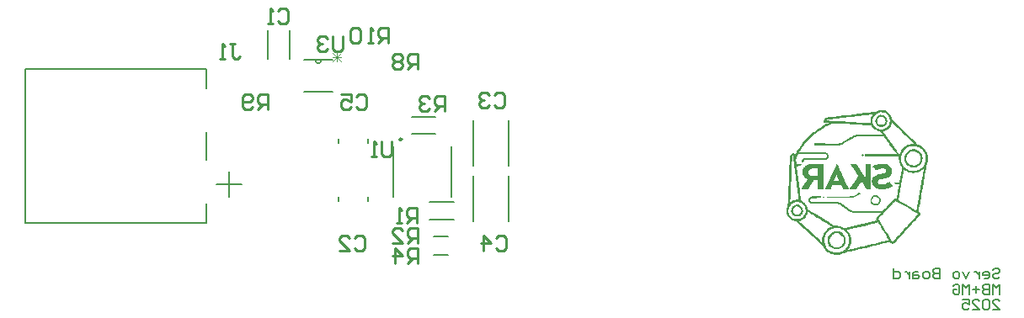
<source format=gbr>
%TF.GenerationSoftware,Altium Limited,Altium Designer,25.4.2 (15)*%
G04 Layer_Color=32896*
%FSLAX45Y45*%
%MOMM*%
%TF.SameCoordinates,097E4B88-3495-4510-8411-AFE0114F90DD*%
%TF.FilePolarity,Positive*%
%TF.FileFunction,Legend,Bot*%
%TF.Part,Single*%
G01*
G75*
%TA.AperFunction,NonConductor*%
%ADD44C,0.25000*%
%ADD45C,0.20000*%
%ADD46C,0.25400*%
%ADD48C,0.15240*%
%ADD49C,0.15000*%
%ADD50C,0.12700*%
%ADD51C,0.07620*%
G36*
X8642724Y2862047D02*
X8653213Y2860549D01*
X8663701Y2857552D01*
X8680184Y2850060D01*
X8683181Y2848561D01*
X8692171Y2842568D01*
X8695168Y2841070D01*
X8699663Y2836574D01*
X8702660Y2835076D01*
X8706406Y2831330D01*
X8707904Y2828333D01*
X8713898Y2822340D01*
X8715396Y2819343D01*
X8717644Y2817095D01*
X8726634Y2802111D01*
X8729631Y2794619D01*
X8733377Y2784880D01*
X8736374Y2772893D01*
X8740120Y2764651D01*
X8743117Y2763153D01*
X8780577Y2725693D01*
X8783573Y2724194D01*
X8821033Y2686735D01*
X8824030Y2685236D01*
X8859992Y2649275D01*
X8862988Y2647776D01*
X8901198Y2609567D01*
X8901947Y2608818D01*
X8903445D01*
X8940905Y2571358D01*
X8943902Y2569860D01*
X8979863Y2533898D01*
X8982860Y2532400D01*
X8999343Y2515917D01*
X9002339Y2514419D01*
X9027812Y2502432D01*
X9038301Y2494940D01*
X9041298Y2493441D01*
X9047291Y2487448D01*
X9050288Y2485949D01*
X9056282Y2479956D01*
X9063025Y2471715D01*
X9073513Y2458229D01*
X9086250Y2435004D01*
X9092992Y2416274D01*
X9094491Y2410280D01*
X9095989Y2405785D01*
X9097488Y2389303D01*
X9098986Y2384808D01*
X9097488Y2360833D01*
X9094491Y2342853D01*
X9092243Y2334611D01*
X9090745Y2328618D01*
X9086250Y2316631D01*
X9084751Y2309139D01*
X9081755Y2291158D01*
X9080256Y2283666D01*
X9077259Y2265685D01*
X9075761Y2258193D01*
X9072764Y2240212D01*
X9071266Y2232720D01*
X9066771Y2205749D01*
X9065272Y2198257D01*
X9062275Y2180276D01*
X9060777Y2172784D01*
X9057780Y2154804D01*
X9056282Y2147312D01*
X9053285Y2129331D01*
X9051787Y2121839D01*
X9047291Y2094868D01*
X9045793Y2087376D01*
X9042796Y2069395D01*
X9041298Y2061903D01*
X9038301Y2043922D01*
X9036803Y2036430D01*
X9033806Y2018449D01*
X9032307Y2010957D01*
X9027812Y1983986D01*
X9026314Y1976494D01*
X9023317Y1958513D01*
X9021819Y1951021D01*
X9018822Y1933041D01*
X9017323Y1925549D01*
X9014327Y1907568D01*
X9012828Y1900076D01*
X9008333Y1873105D01*
X9006835Y1865613D01*
X9005336Y1856623D01*
X9003089Y1842388D01*
X9005336Y1840140D01*
X9008333Y1838642D01*
X9018073Y1828902D01*
X9019571Y1813918D01*
X9016574Y1806426D01*
X9015076Y1803429D01*
X8998593Y1786947D01*
X8997095Y1783950D01*
X8979114Y1765970D01*
X8977616Y1762973D01*
X8959635Y1744992D01*
X8958137Y1741995D01*
X8940156Y1724014D01*
X8938658Y1721018D01*
X8920677Y1703037D01*
X8919178Y1700040D01*
X8901198Y1682059D01*
X8899699Y1679062D01*
X8881718Y1661082D01*
X8880220Y1658085D01*
X8862239Y1640104D01*
X8860741Y1637107D01*
X8842760Y1619127D01*
X8841262Y1616130D01*
X8823281Y1598149D01*
X8821782Y1595152D01*
X8803802Y1577171D01*
X8802303Y1574175D01*
X8784323Y1556194D01*
X8782824Y1553197D01*
X8764843Y1535216D01*
X8763345Y1532219D01*
X8756602Y1525477D01*
X8751358Y1521731D01*
X8741618Y1517985D01*
X8729631Y1520981D01*
X8722888Y1527724D01*
X8717644Y1535965D01*
X8713898Y1535216D01*
X8707904Y1533718D01*
X8700412Y1532219D01*
X8658457Y1521731D01*
X8650965Y1520232D01*
X8609010Y1509743D01*
X8601518Y1508245D01*
X8559563Y1497756D01*
X8552071Y1496258D01*
X8510116Y1485769D01*
X8502624Y1484271D01*
X8460669Y1473782D01*
X8453177Y1472284D01*
X8411222Y1461795D01*
X8403730Y1460297D01*
X8361774Y1449808D01*
X8354283Y1448309D01*
X8312328Y1437821D01*
X8304835Y1436322D01*
X8268874Y1427332D01*
X8259134Y1425084D01*
X8247147Y1422087D01*
X8238906Y1418341D01*
X8224671Y1413097D01*
X8217179Y1410100D01*
X8208189Y1408602D01*
X8203694Y1407103D01*
X8175224Y1405605D01*
X8155745Y1407103D01*
X8143758Y1410100D01*
X8128774Y1414595D01*
X8106298Y1425084D01*
X8103301Y1426583D01*
X8094311Y1432576D01*
X8091314Y1434075D01*
X8085320Y1440068D01*
X8082323Y1441567D01*
X8068089Y1455801D01*
X8066590Y1458798D01*
X8063593Y1461795D01*
X8062095Y1464792D01*
X8059098Y1467789D01*
X8045613Y1493261D01*
X8031378Y1507496D01*
X8028381Y1508994D01*
X8013397Y1523978D01*
X8010400Y1525477D01*
X7995416Y1540461D01*
X7992420Y1541959D01*
X7977436Y1556943D01*
X7974439Y1558441D01*
X7959455Y1573425D01*
X7956458Y1574924D01*
X7942972Y1588409D01*
X7939976Y1589908D01*
X7924992Y1604892D01*
X7921995Y1606390D01*
X7907011Y1621374D01*
X7904014Y1622873D01*
X7889030Y1637857D01*
X7886034Y1639355D01*
X7871050Y1654339D01*
X7868053Y1655837D01*
X7854567Y1669323D01*
X7851570Y1670821D01*
X7836586Y1685805D01*
X7833589Y1687304D01*
X7818605Y1702288D01*
X7815609Y1703786D01*
X7800625Y1718770D01*
X7797628Y1720268D01*
X7782644Y1735252D01*
X7779647Y1736751D01*
X7775152Y1741246D01*
X7757171Y1745741D01*
X7744435Y1749487D01*
X7734695Y1753233D01*
X7722708Y1760725D01*
X7719711Y1762224D01*
X7716715Y1765220D01*
X7713718Y1766719D01*
X7696486Y1783950D01*
X7694988Y1786947D01*
X7692740Y1789195D01*
X7685248Y1801182D01*
X7677756Y1817664D01*
X7676258Y1823658D01*
X7674010Y1833397D01*
X7672512Y1843886D01*
X7674010Y1867861D01*
X7677007Y1879848D01*
X7680004Y1890337D01*
X7683001Y1897829D01*
X7686747Y1906070D01*
X7688245Y1927047D01*
X7704727Y2261190D01*
X7709223Y2352592D01*
X7711470Y2402788D01*
X7714467Y2413277D01*
X7716715Y2415525D01*
X7745184Y2430509D01*
X7754174Y2429010D01*
X7760917Y2422267D01*
X7762416Y2413277D01*
X7764663Y2412528D01*
X7789387Y2462724D01*
X7799875Y2479207D01*
X7801374Y2482203D01*
X7807367Y2491194D01*
X7808866Y2494191D01*
X7823850Y2515168D01*
X7825348Y2518165D01*
X7828345Y2521162D01*
X7829843Y2524159D01*
X7832840Y2527155D01*
X7834339Y2530152D01*
X7838834Y2534647D01*
X7840332Y2537644D01*
X7844828Y2542139D01*
X7846326Y2545136D01*
X7852320Y2551130D01*
X7853818Y2554126D01*
X7862808Y2563117D01*
X7864307Y2566114D01*
X7908509Y2610316D01*
X7911506Y2611815D01*
X7920496Y2620805D01*
X7923493Y2622304D01*
X7930985Y2629796D01*
X7933982Y2631294D01*
X7938477Y2635789D01*
X7941474Y2637288D01*
X7945969Y2641783D01*
X7948966Y2643281D01*
X7951214Y2645529D01*
X7980432Y2667256D01*
X7983429Y2668754D01*
X7993918Y2676246D01*
X7996915Y2677744D01*
X8007404Y2685236D01*
X8010400Y2686735D01*
X8019391Y2692728D01*
X8032876Y2700220D01*
X8044864Y2707712D01*
X8076330Y2724194D01*
X8086819Y2728690D01*
X8099555Y2733934D01*
X8067339Y2736182D01*
X8056851Y2737680D01*
X8050108Y2744423D01*
X8048610Y2754912D01*
X8056101Y2771394D01*
X8057600Y2777388D01*
X8065841Y2785629D01*
X8071085Y2787877D01*
X8095060Y2790873D01*
X8135517Y2795369D01*
X8147504Y2796867D01*
X8187961Y2801362D01*
X8199948Y2802861D01*
X8240404Y2807356D01*
X8252391Y2808854D01*
X8292848Y2813349D01*
X8304835Y2814848D01*
X8345292Y2819343D01*
X8357279Y2820841D01*
X8397736Y2825336D01*
X8409723Y2826835D01*
X8463666Y2832828D01*
X8475653Y2834327D01*
X8516109Y2838822D01*
X8528097Y2840320D01*
X8541582Y2841819D01*
X8563309Y2844066D01*
X8588782Y2856053D01*
X8596274Y2859050D01*
X8602267Y2860549D01*
X8606763Y2862047D01*
X8636731Y2863545D01*
X8642724Y2862047D01*
D02*
G37*
%LPC*%
G36*
X8537836Y2818594D02*
X8525100Y2817845D01*
X8511614Y2816346D01*
X8499627Y2814848D01*
X8472656Y2811851D01*
X8460669Y2810353D01*
X8433698Y2807356D01*
X8421710Y2805857D01*
X8381254Y2801362D01*
X8369266Y2799864D01*
X8342295Y2796867D01*
X8330308Y2795369D01*
X8303337Y2792372D01*
X8291350Y2790873D01*
X8250893Y2786378D01*
X8238906Y2784880D01*
X8211935Y2781883D01*
X8199948Y2780385D01*
X8172977Y2777388D01*
X8160989Y2775889D01*
X8120533Y2771394D01*
X8088317Y2767648D01*
X8077828Y2766150D01*
X8074082Y2759407D01*
X8074831Y2758658D01*
X8098057Y2756410D01*
X8123529Y2754912D01*
X8147504Y2753413D01*
X8172977Y2751915D01*
X8196951Y2750417D01*
X8222423Y2748918D01*
X8246398Y2747420D01*
X8297343Y2744423D01*
X8321318Y2742924D01*
X8346791Y2741426D01*
X8370765Y2739928D01*
X8396238Y2738429D01*
X8420212Y2736931D01*
X8445685Y2735432D01*
X8488389Y2733185D01*
X8491386D01*
X8495881Y2731686D01*
X8522103Y2732436D01*
X8520605Y2733934D01*
X8519106Y2757909D01*
X8520605Y2772893D01*
X8525100Y2790873D01*
X8535589Y2813349D01*
X8538585Y2816346D01*
X8537836Y2818594D01*
D02*
G37*
G36*
X8621747Y2841070D02*
X8603766Y2838073D01*
X8581290Y2827584D01*
X8578293Y2826086D01*
X8575296Y2823089D01*
X8572299Y2821590D01*
X8565557Y2814848D01*
X8555068Y2801362D01*
X8548325Y2788626D01*
X8544579Y2778886D01*
X8543081Y2774391D01*
X8541582Y2751915D01*
X8543081Y2736931D01*
X8546827Y2724194D01*
X8547576Y2723445D01*
Y2721947D01*
X8550573Y2714455D01*
X8556566Y2705464D01*
X8558065Y2702468D01*
X8562560Y2697973D01*
X8564058Y2694976D01*
X8567804Y2691230D01*
X8570801Y2689731D01*
X8574547Y2685985D01*
X8586534Y2678493D01*
X8595525Y2673998D01*
X8603017Y2671002D01*
X8609010Y2669503D01*
X8627740Y2667256D01*
X8642724Y2668754D01*
X8654711Y2671751D01*
X8677187Y2682239D01*
X8680184Y2683738D01*
X8693669Y2697223D01*
X8700412Y2705464D01*
X8706406Y2715953D01*
X8707904Y2718950D01*
X8710901Y2726442D01*
X8712399Y2730937D01*
X8715396Y2750417D01*
X8713898Y2769896D01*
X8711650Y2778137D01*
X8710152Y2784131D01*
X8706406Y2793870D01*
X8700412Y2802861D01*
X8698914Y2805857D01*
X8695917Y2808854D01*
X8694419Y2811851D01*
X8687676Y2818594D01*
X8684679Y2820092D01*
X8680933Y2823838D01*
X8665949Y2832828D01*
X8656210Y2836574D01*
X8648718Y2839571D01*
X8621747Y2841070D01*
D02*
G37*
G36*
X8157243Y2730188D02*
X8146755Y2727191D01*
X8134018Y2723445D01*
X8119783Y2718201D01*
X8097307Y2709210D01*
X8071835Y2697223D01*
X8049359Y2685236D01*
X8040368Y2679243D01*
X8037372Y2677744D01*
X8025384Y2670252D01*
X8022388Y2668754D01*
X8011899Y2661262D01*
X8008902Y2659764D01*
X7998413Y2652272D01*
X7995416Y2650773D01*
X7992420Y2647776D01*
X7989423Y2646278D01*
X7986426Y2643281D01*
X7983429Y2641783D01*
X7980432Y2638786D01*
X7977436Y2637288D01*
X7974439Y2634291D01*
X7971442Y2632792D01*
X7968445Y2629796D01*
X7965448Y2628297D01*
X7960953Y2623802D01*
X7957956Y2622304D01*
X7951963Y2616310D01*
X7948966Y2614812D01*
X7941474Y2607320D01*
X7938477Y2605821D01*
X7924992Y2592336D01*
X7921995Y2590837D01*
X7888281Y2557123D01*
X7886783Y2554126D01*
X7874796Y2542139D01*
X7873297Y2539142D01*
X7865805Y2531651D01*
X7864307Y2528654D01*
X7858313Y2522660D01*
X7856815Y2519663D01*
X7854567Y2517416D01*
X7832840Y2488197D01*
X7831342Y2485200D01*
X7823850Y2474711D01*
X7822351Y2471715D01*
X7816358Y2462724D01*
X7810364Y2452235D01*
X7802872Y2438750D01*
X8067339Y2438001D01*
X8073333Y2436502D01*
X8083822Y2432007D01*
X8086819Y2430509D01*
X8092063Y2425264D01*
X8099555Y2411779D01*
X8101053Y2396795D01*
X8096558Y2381811D01*
X8093561Y2378814D01*
X8092063Y2375817D01*
X8085320Y2370573D01*
X8074831Y2364579D01*
X7854567Y2363081D01*
X7850821Y2359335D01*
X7849323Y2353341D01*
X7850821Y2347348D01*
X7853818Y2344351D01*
X7853069Y2343602D01*
X7850072Y2342103D01*
X7838085Y2334611D01*
X7834339Y2339856D01*
X7831342Y2347348D01*
X7829843Y2351843D01*
X7831342Y2362332D01*
X7834339Y2369824D01*
X7838085Y2373570D01*
X7848574Y2381062D01*
X8067339Y2382560D01*
X8073333Y2384058D01*
X8080076Y2390801D01*
X8081574Y2404287D01*
X8078577Y2411779D01*
X8070336Y2418521D01*
X7793133Y2420020D01*
X7786390Y2405785D01*
X7780396Y2392300D01*
X7774403Y2377316D01*
X7769907Y2366827D01*
X7775901Y2317380D01*
X7828345Y2315881D01*
X7822351Y2309888D01*
X7820853Y2306891D01*
X7813361Y2299399D01*
X7778898Y2297901D01*
X7779647Y2288161D01*
X7808117Y2060405D01*
X7810364Y2040176D01*
X7811863Y2034183D01*
X7814110Y2013954D01*
X7818605Y1977993D01*
X7820853Y1954767D01*
X7823101Y1952520D01*
X7839583Y1943530D01*
X7842580Y1942031D01*
X7845577Y1939034D01*
X7848574Y1937536D01*
X7853069Y1933041D01*
X7856066Y1931542D01*
X7858313Y1929295D01*
X7859812Y1926298D01*
X7862808Y1923301D01*
X7873297Y1909816D01*
X7880789Y1896330D01*
X7886034Y1883594D01*
X7888281Y1873854D01*
X7890529Y1865613D01*
X7915252Y1849880D01*
X7930236Y1840889D01*
X7946718Y1830401D01*
X7961702Y1821410D01*
X7978185Y1810921D01*
X7993169Y1801931D01*
X8009651Y1791442D01*
X8024635Y1782452D01*
X8060597Y1759976D01*
X8075581Y1750986D01*
X8092063Y1740497D01*
X8107047Y1731506D01*
X8123529Y1721018D01*
X8138513Y1712027D01*
X8150501Y1704535D01*
X8159491Y1698542D01*
X8185713Y1699291D01*
X8205941Y1697043D01*
X8213433Y1695545D01*
X8225420Y1692548D01*
X8235160Y1688802D01*
X8254639Y1679812D01*
X8265128Y1672320D01*
X8268874Y1673069D01*
X8436694Y1715024D01*
X8444186Y1716522D01*
X8582039Y1750986D01*
X8583537Y1753982D01*
X8577544Y1762973D01*
X8576045Y1771963D01*
X8577544Y1777957D01*
X8580541Y1780954D01*
X8582039Y1783950D01*
X8600020Y1801931D01*
X8601518Y1804928D01*
X8620997Y1824407D01*
X8528846Y1825156D01*
X8361025Y1826655D01*
X8340048Y1829651D01*
X8325064Y1834147D01*
X8314575Y1838642D01*
X8303337Y1845385D01*
X8274118Y1867111D01*
X8268874Y1870857D01*
X8250144Y1885092D01*
X8247147Y1886591D01*
X8244150Y1889587D01*
X8241153Y1891086D01*
X8238157Y1894083D01*
X8235160Y1895581D01*
X8232912Y1897829D01*
X8214932Y1909816D01*
X8207440Y1912813D01*
X8197700Y1916559D01*
X8193205Y1918057D01*
X8154247Y1919555D01*
X7927988Y1921054D01*
X7921995Y1922552D01*
X7911506Y1927047D01*
X7903265Y1935288D01*
X7897271Y1945777D01*
X7895773Y1963758D01*
X7897271Y1969751D01*
X7900268Y1977243D01*
X7903265Y1980240D01*
X7904763Y1983237D01*
X7907011Y1983986D01*
X7910008Y1986983D01*
X7918249Y1992227D01*
X7926490Y1994475D01*
X7930985Y1995973D01*
X8021638Y1995224D01*
X8023137Y1977243D01*
X7930985Y1976494D01*
X7923493Y1973497D01*
X7920496Y1971999D01*
X7916001Y1966005D01*
X7913754Y1957764D01*
X7918249Y1947276D01*
X7926490Y1940533D01*
X8181218Y1939034D01*
X8187211Y1937536D01*
X8197700Y1936038D01*
X8210436Y1932292D01*
X8220176Y1928546D01*
X8238906Y1917308D01*
X8268125Y1895581D01*
X8273369Y1891835D01*
X8313077Y1862616D01*
X8330308Y1852877D01*
X8337800Y1849880D01*
X8346041Y1847632D01*
X8350537Y1846134D01*
X8639727Y1844635D01*
X8641975Y1846883D01*
X8643473Y1849880D01*
X8661454Y1867861D01*
X8662952Y1870857D01*
X8680933Y1888838D01*
X8682431Y1891835D01*
X8700412Y1909816D01*
X8701911Y1912813D01*
X8719891Y1930793D01*
X8721390Y1933790D01*
X8739371Y1951771D01*
X8740869Y1954767D01*
X8758850Y1972748D01*
X8767091Y1974996D01*
X8773085Y1973497D01*
X8780577Y1969002D01*
X8782075Y1971999D01*
X8783573Y1980989D01*
X8785072Y1988481D01*
X8788069Y2006462D01*
X8789567Y2013954D01*
X8792564Y2031935D01*
X8794062Y2039427D01*
X8795561Y2048417D01*
X8797059Y2055909D01*
X8800056Y2073890D01*
X8801554Y2081382D01*
X8804551Y2099363D01*
X8806798Y2112099D01*
X8808297Y2116594D01*
X8770088Y2117344D01*
X8758850Y2134575D01*
X8810544Y2135324D01*
X8812043Y2141318D01*
X8813541Y2148810D01*
X8816538Y2166791D01*
X8818036Y2174283D01*
X8819535Y2183273D01*
X8821033Y2190765D01*
X8824030Y2208746D01*
X8825528Y2216238D01*
X8828525Y2234219D01*
X8830024Y2241711D01*
X8831522Y2250701D01*
X8833020Y2258193D01*
X8834519Y2267183D01*
X8836766Y2281418D01*
X8834519Y2288161D01*
X8824779Y2302396D01*
X8818036Y2315132D01*
X8815040Y2322624D01*
X8810544Y2334611D01*
X8807548Y2346599D01*
X8806049Y2355589D01*
X8803802Y2378814D01*
X8805300Y2384808D01*
X8800805Y2392300D01*
X8799307Y2395296D01*
X8797059Y2397544D01*
X8464415Y2399042D01*
X8463666Y2417772D01*
X8781326Y2419271D01*
X8712399Y2516667D01*
X8710901Y2519663D01*
X8707904Y2522660D01*
X8706406Y2525657D01*
X8661454Y2588590D01*
X8659956Y2591586D01*
X8656959Y2594583D01*
X8655460Y2597580D01*
X8404479Y2598329D01*
X8389495Y2596831D01*
X8379006Y2595332D01*
X8373012Y2593834D01*
X8362524Y2590837D01*
X8355032Y2587840D01*
X8333305Y2576602D01*
X8285356Y2546634D01*
X8268874Y2536146D01*
X8243401Y2521162D01*
X8235909Y2518165D01*
X8219427Y2512171D01*
X8209687Y2509924D01*
X8205192Y2508425D01*
X7999912Y2506927D01*
X7998413D01*
X7954210Y2507676D01*
X7952712Y2530152D01*
X7954960Y2532400D01*
X7955709Y2527155D01*
X8173726Y2524908D01*
X8193205Y2526406D01*
X8203694Y2527905D01*
X8221674Y2532400D01*
X8253141Y2547384D01*
X8263629Y2554876D01*
X8266626Y2556374D01*
X8275617Y2562368D01*
X8278613Y2563866D01*
X8287604Y2569860D01*
X8290601Y2571358D01*
X8299591Y2577352D01*
X8302588Y2578850D01*
X8319070Y2589339D01*
X8340797Y2602075D01*
X8348289Y2605072D01*
X8364771Y2611066D01*
X8376758Y2614062D01*
X8385749Y2615561D01*
X8405228Y2617059D01*
X8639727Y2616310D01*
X8640476Y2618558D01*
X8621747Y2644780D01*
X8617251Y2646278D01*
X8606763Y2647776D01*
X8594775Y2650773D01*
X8569303Y2662760D01*
X8566306Y2664259D01*
X8563309Y2667256D01*
X8560312Y2668754D01*
X8544579Y2684487D01*
X8543081Y2687484D01*
X8540833Y2689731D01*
X8531843Y2704715D01*
X8526598Y2708461D01*
X8502624Y2709960D01*
X8477151Y2711458D01*
X8453177Y2712956D01*
X8427704Y2714455D01*
X8403730Y2715953D01*
X8352784Y2718950D01*
X8328810Y2720448D01*
X8303337Y2721947D01*
X8279363Y2723445D01*
X8253890Y2724944D01*
X8229915Y2726442D01*
X8204443Y2727940D01*
X8157243Y2730188D01*
D02*
G37*
G36*
X8735625Y2737680D02*
X8734875Y2733934D01*
X8733377Y2727940D01*
X8728882Y2712956D01*
X8724387Y2702468D01*
X8718393Y2693477D01*
X8716895Y2690481D01*
X8712399Y2685985D01*
X8710901Y2682989D01*
X8703409Y2675497D01*
X8695168Y2668754D01*
X8689923Y2665008D01*
X8674939Y2656018D01*
X8659956Y2650024D01*
X8653962Y2648526D01*
X8646470Y2647027D01*
X8650965Y2641034D01*
X8652464Y2638037D01*
X8655460Y2635040D01*
X8656959Y2632043D01*
X8709403Y2558622D01*
X8710901Y2555625D01*
X8713898Y2552628D01*
X8715396Y2549631D01*
X8782824Y2455232D01*
X8784323Y2452235D01*
X8787319Y2449239D01*
Y2447740D01*
X8800805Y2429759D01*
X8802303Y2426763D01*
X8805300Y2423766D01*
X8806798Y2420769D01*
X8810544Y2417023D01*
X8814290Y2428261D01*
X8823281Y2447740D01*
X8824779Y2450737D01*
X8830773Y2459727D01*
X8832271Y2462724D01*
X8836766Y2467219D01*
X8838265Y2470216D01*
X8853249Y2485200D01*
X8871979Y2499435D01*
X8897452Y2512921D01*
X8904944Y2515917D01*
X8913185Y2518165D01*
X8922924Y2520413D01*
X8927420Y2521911D01*
X8959635Y2524159D01*
X8948397Y2535397D01*
X8945400Y2536895D01*
X8910937Y2571358D01*
X8907940Y2572856D01*
X8873477Y2607320D01*
X8870480Y2608818D01*
X8834519Y2644780D01*
X8831522Y2646278D01*
X8797059Y2680741D01*
X8794062Y2682239D01*
X8758101Y2718201D01*
X8755104Y2719699D01*
X8738621Y2736182D01*
X8735625Y2737680D01*
D02*
G37*
G36*
X8940905Y2500933D02*
X8930416Y2499435D01*
X8918429Y2496438D01*
X8907940Y2493441D01*
X8892956Y2487448D01*
X8880969Y2479956D01*
X8877972Y2478457D01*
X8874976Y2475461D01*
X8871979Y2473962D01*
X8859242Y2461226D01*
X8848754Y2447740D01*
X8837516Y2429010D01*
X8832271Y2414775D01*
X8829274Y2407283D01*
X8827776Y2395296D01*
X8826278Y2390801D01*
X8827027Y2361583D01*
X8828525Y2352592D01*
X8830024Y2345100D01*
X8832271Y2336859D01*
X8835268Y2329367D01*
X8842760Y2312885D01*
X8848754Y2303894D01*
X8850252Y2300897D01*
X8854747Y2296402D01*
X8856246Y2293405D01*
X8860741Y2288910D01*
X8868982Y2282167D01*
X8882468Y2271678D01*
X8904944Y2259691D01*
X8914683Y2255945D01*
X8924423Y2253698D01*
X8928918Y2252199D01*
X8961883Y2250701D01*
X8967876Y2252199D01*
X8978365Y2253698D01*
X8993349Y2258193D01*
X9021819Y2271678D01*
X9024815Y2274675D01*
X9027812Y2276174D01*
X9030809Y2279170D01*
X9033806Y2280669D01*
X9045044Y2291907D01*
X9046542Y2294904D01*
X9049539Y2297901D01*
X9053285Y2303145D01*
X9062275Y2318129D01*
X9066771Y2327119D01*
X9072015Y2341354D01*
X9073513Y2347348D01*
X9075012Y2351843D01*
X9076510Y2381811D01*
X9075012Y2396795D01*
X9072015Y2408782D01*
X9069018Y2419271D01*
X9064523Y2429759D01*
Y2431258D01*
X9060028Y2438750D01*
X9054034Y2449239D01*
X9049539Y2453734D01*
X9048041Y2456731D01*
X9035304Y2469467D01*
X9032307Y2470965D01*
X9029311Y2473962D01*
X9024066Y2477708D01*
X9007584Y2488197D01*
X9000092Y2491194D01*
X8988105Y2495689D01*
X8979863Y2497937D01*
X8975368Y2499435D01*
X8940905Y2500933D01*
D02*
G37*
G36*
X9054783Y2271678D02*
X9050288Y2267183D01*
X9047291Y2265685D01*
X9044295Y2262688D01*
X9039050Y2258942D01*
X9024815Y2249203D01*
X9012079Y2242460D01*
X9004587Y2239463D01*
X8992600Y2234968D01*
X8982860Y2232720D01*
X8978365Y2231222D01*
X8945400Y2229724D01*
X8925921Y2231222D01*
X8913934Y2234219D01*
X8898950Y2238714D01*
X8879471Y2247704D01*
X8876474Y2249203D01*
X8867484Y2255196D01*
X8864487Y2256694D01*
X8861490Y2259691D01*
X8858493Y2261190D01*
X8855496Y2264186D01*
X8852500Y2249203D01*
X8849503Y2231222D01*
X8848004Y2223730D01*
X8845008Y2205749D01*
X8843509Y2198257D01*
X8842011Y2189267D01*
X8840512Y2181775D01*
X8837516Y2163794D01*
X8836017Y2156302D01*
X8834519Y2147312D01*
X8833020Y2139820D01*
X8830024Y2121839D01*
X8828525Y2114347D01*
X8825528Y2096366D01*
X8824030Y2088874D01*
X8822532Y2079884D01*
X8821033Y2072392D01*
X8818036Y2054411D01*
X8816538Y2046919D01*
X8815040Y2037929D01*
X8813541Y2030437D01*
X8810544Y2012456D01*
X8809046Y2004964D01*
X8807548Y1995973D01*
X8806049Y1988481D01*
X8803052Y1970501D01*
X8800805Y1957764D01*
X8805300Y1954767D01*
X8847255Y1930793D01*
X8875725Y1914311D01*
X8917680Y1890337D01*
X8974619Y1857372D01*
X8975368Y1856623D01*
X8981362Y1853626D01*
X8982860Y1856623D01*
X8985857Y1874603D01*
X8987355Y1882095D01*
X8991851Y1909067D01*
X8993349Y1916559D01*
X8996346Y1934539D01*
X8997844Y1942031D01*
X9000841Y1960012D01*
X9002339Y1967504D01*
X9005336Y1985485D01*
X9006835Y1992977D01*
X9009831Y2010957D01*
X9011330Y2018449D01*
X9014327Y2036430D01*
X9015825Y2043922D01*
X9018822Y2061903D01*
X9020320Y2069395D01*
X9023317Y2087376D01*
X9024815Y2094868D01*
X9027812Y2112848D01*
X9029311Y2120340D01*
X9032307Y2138321D01*
X9033806Y2145813D01*
X9036803Y2163794D01*
X9038301Y2171286D01*
X9041298Y2189267D01*
X9042796Y2196759D01*
X9045793Y2214740D01*
X9047291Y2222232D01*
X9050288Y2240212D01*
X9051787Y2247704D01*
X9054034Y2261939D01*
X9055533Y2266434D01*
X9054783Y2271678D01*
D02*
G37*
G36*
X7742187Y2403537D02*
X7735445Y2401290D01*
X7733946Y2392300D01*
Y2390801D01*
X7733197Y2382560D01*
X7731699Y2355589D01*
X7730200Y2324123D01*
X7728702Y2295653D01*
X7713718Y1992977D01*
X7711470Y1936787D01*
X7715216Y1937536D01*
X7718213Y1940533D01*
X7738441Y1951771D01*
X7752676Y1957015D01*
X7757171Y1958513D01*
X7775152Y1960012D01*
X7781145Y1961510D01*
X7785641Y1960012D01*
X7798377Y1960761D01*
X7797628Y1966005D01*
X7796129Y1977993D01*
X7794631Y1991478D01*
X7746683Y2375068D01*
X7744435Y2396795D01*
X7742187Y2403537D01*
D02*
G37*
G36*
X7788637Y1939034D02*
X7781145D01*
X7766162Y1937536D01*
X7760168Y1936038D01*
X7751927Y1933790D01*
X7742187Y1930044D01*
X7733197Y1924051D01*
X7730200Y1922552D01*
X7727203Y1919555D01*
X7724207Y1918057D01*
X7718962Y1912813D01*
X7715216Y1907568D01*
X7708473Y1899327D01*
X7701731Y1886591D01*
X7698734Y1879099D01*
X7696486Y1870857D01*
X7694988Y1866362D01*
X7695737Y1835645D01*
X7697985Y1825905D01*
X7703978Y1810921D01*
X7709972Y1801931D01*
X7711470Y1798934D01*
X7725705Y1784700D01*
X7730949Y1780954D01*
X7742937Y1773462D01*
X7752676Y1769716D01*
X7760168Y1766719D01*
X7788637Y1765220D01*
X7806618Y1768217D01*
X7829094Y1778706D01*
X7832091Y1780204D01*
X7835088Y1783201D01*
X7838085Y1784700D01*
X7842580Y1789195D01*
X7856815Y1807925D01*
X7863558Y1822159D01*
X7865805Y1830401D01*
X7867304Y1836394D01*
X7868802Y1846883D01*
X7867304Y1866362D01*
X7865805Y1872356D01*
X7862808Y1882845D01*
X7858313Y1893333D01*
X7852320Y1902324D01*
X7850821Y1905321D01*
X7835088Y1921054D01*
X7824599Y1927047D01*
X7822351Y1929295D01*
X7814859Y1932292D01*
X7805120Y1936038D01*
X7799126Y1937536D01*
X7788637Y1939034D01*
D02*
G37*
G36*
X8765593Y1949523D02*
X8764843Y1947276D01*
X8746863Y1929295D01*
X8745364Y1926298D01*
X8740869Y1921803D01*
X8740120Y1921054D01*
X8727383Y1908317D01*
X8725885Y1905321D01*
X8707904Y1887340D01*
X8706406Y1884343D01*
X8688425Y1866362D01*
X8686927Y1863365D01*
X8668946Y1845385D01*
X8667447Y1842388D01*
X8649467Y1824407D01*
X8647968Y1821410D01*
X8629988Y1803429D01*
X8628489Y1800433D01*
X8610509Y1782452D01*
X8609010Y1779455D01*
X8601518Y1771963D01*
X8600020Y1768966D01*
X8603766Y1760725D01*
X8614255Y1744243D01*
X8623245Y1729259D01*
X8633734Y1712776D01*
X8642724Y1697792D01*
X8650216Y1685805D01*
X8660705Y1669323D01*
X8669695Y1654339D01*
X8680184Y1637857D01*
X8689174Y1622873D01*
X8699663Y1606390D01*
X8708653Y1591406D01*
X8719142Y1574924D01*
X8728133Y1559940D01*
X8738621Y1543457D01*
X8741618Y1541959D01*
X8757351Y1557692D01*
X8758850Y1560689D01*
X8776831Y1578670D01*
X8778329Y1581667D01*
X8796310Y1599647D01*
X8797808Y1602644D01*
X8815789Y1620625D01*
X8817287Y1623622D01*
X8835268Y1641603D01*
X8836766Y1644599D01*
X8854747Y1662580D01*
X8856246Y1665577D01*
X8874226Y1683558D01*
X8875725Y1686554D01*
X8893706Y1704535D01*
X8895204Y1707532D01*
X8913185Y1725513D01*
X8914683Y1728510D01*
X8932664Y1746490D01*
X8934162Y1749487D01*
X8952143Y1767468D01*
X8953641Y1770465D01*
X8971622Y1788445D01*
X8973121Y1791442D01*
X8991101Y1809423D01*
X8992600Y1812420D01*
X8995597Y1815417D01*
X8997095Y1818413D01*
X8994847Y1820661D01*
X8963381Y1838642D01*
X8946899Y1847632D01*
X8934912Y1855124D01*
X8882468Y1885092D01*
X8865985Y1894083D01*
X8853998Y1901575D01*
X8801554Y1931542D01*
X8785072Y1940533D01*
X8773085Y1948025D01*
X8765593Y1949523D01*
D02*
G37*
G36*
X7890529Y1840140D02*
X7889779Y1839391D01*
X7888281Y1830401D01*
X7885284Y1818413D01*
X7873297Y1792941D01*
X7871799Y1789944D01*
X7868802Y1786947D01*
X7867304Y1783950D01*
X7850072Y1766719D01*
X7847075Y1765220D01*
X7836586Y1757728D01*
X7822351Y1750986D01*
X7810364Y1746490D01*
X7804371Y1744992D01*
X7818605Y1730757D01*
X7821602Y1729259D01*
X7832840Y1718021D01*
X7841082Y1711278D01*
X7841831Y1710529D01*
X7854567Y1697792D01*
X7857564Y1696294D01*
X7871050Y1682808D01*
X7874046Y1681310D01*
X7889030Y1666326D01*
X7892027Y1664828D01*
X7907011Y1649844D01*
X7910008Y1648345D01*
X7923493Y1634860D01*
X7926490Y1633361D01*
X7941474Y1618377D01*
X7944471Y1616879D01*
X7959455Y1601895D01*
X7962452Y1600397D01*
X7975937Y1586911D01*
X7978934Y1585413D01*
X7993918Y1570429D01*
X7996915Y1568930D01*
X8011899Y1553946D01*
X8014896Y1552448D01*
X8031378Y1535965D01*
X8033626Y1536715D01*
X8032127Y1550200D01*
X8035124Y1580168D01*
X8038121Y1592155D01*
X8041118Y1602644D01*
X8044114Y1610136D01*
X8051606Y1626619D01*
X8059098Y1637107D01*
X8060597Y1640104D01*
X8063593Y1643101D01*
X8065092Y1646098D01*
X8080825Y1661831D01*
X8094311Y1672320D01*
X8113041Y1683558D01*
X8122031Y1688053D01*
X8129523Y1691050D01*
X8127275Y1693297D01*
X8124279Y1694796D01*
X8115288Y1700789D01*
X8112291Y1702288D01*
X8095809Y1712776D01*
X8092812Y1714275D01*
X8076330Y1724764D01*
X8073333Y1726262D01*
X8056851Y1736751D01*
X8053854Y1738249D01*
X8044864Y1744243D01*
X8041867Y1745741D01*
X8025384Y1756230D01*
X8022388Y1757728D01*
X8005905Y1768217D01*
X8002908Y1769716D01*
X7986426Y1780204D01*
X7983429Y1781703D01*
X7974439Y1787696D01*
X7971442Y1789195D01*
X7954960Y1799683D01*
X7951963Y1801182D01*
X7935480Y1811670D01*
X7932484Y1813169D01*
X7916001Y1823658D01*
X7913004Y1825156D01*
X7896522Y1835645D01*
X7893525Y1837143D01*
X7890529Y1840140D01*
D02*
G37*
G36*
X8596274Y1732256D02*
X8594026Y1731506D01*
X8546077Y1719519D01*
X8538585Y1718021D01*
X8454675Y1697043D01*
X8447183Y1695545D01*
X8369266Y1676066D01*
X8359527Y1673818D01*
X8293597Y1657336D01*
X8285356Y1655088D01*
X8287604Y1652840D01*
X8301839Y1634111D01*
X8313077Y1613882D01*
X8316074Y1606390D01*
X8320569Y1594403D01*
X8323566Y1582416D01*
X8325064Y1573425D01*
X8326562Y1558441D01*
X8325813Y1536715D01*
X8324315Y1526226D01*
X8321318Y1514239D01*
X8318321Y1503750D01*
X8307832Y1481274D01*
X8306334Y1478277D01*
X8300340Y1469287D01*
X8298842Y1466290D01*
X8294347Y1461795D01*
X8292848Y1458798D01*
X8289851Y1455801D01*
X8290601Y1455052D01*
X8292848Y1455801D01*
X8322816Y1463293D01*
X8330308Y1464792D01*
X8378257Y1476779D01*
X8385749Y1478277D01*
X8427704Y1488766D01*
X8435196Y1490264D01*
X8477151Y1500753D01*
X8486891Y1503001D01*
X8498878Y1505997D01*
X8500376D01*
X8502624Y1506747D01*
X8538585Y1515737D01*
X8546077Y1517235D01*
X8588033Y1527724D01*
X8595525Y1529223D01*
X8643473Y1541210D01*
X8650965Y1542708D01*
X8686927Y1551699D01*
X8704158Y1555445D01*
X8704907Y1557692D01*
X8694419Y1574175D01*
X8692920Y1577171D01*
X8686927Y1586162D01*
X8685428Y1589159D01*
X8674939Y1605641D01*
X8673441Y1608638D01*
X8662952Y1625120D01*
X8661454Y1628117D01*
X8655460Y1637107D01*
X8653962Y1640104D01*
X8643473Y1656586D01*
X8641975Y1659583D01*
X8635981Y1668574D01*
X8634483Y1671570D01*
X8623994Y1688053D01*
X8622496Y1691050D01*
X8612007Y1707532D01*
X8610509Y1710529D01*
X8600020Y1727011D01*
X8598521Y1730008D01*
X8596274Y1732256D01*
D02*
G37*
G36*
X8179719Y1678313D02*
X8164735Y1676815D01*
X8154247Y1675316D01*
X8148253Y1673818D01*
X8137764Y1670821D01*
X8109295Y1657336D01*
X8106298Y1654339D01*
X8103301Y1652840D01*
X8100304Y1649844D01*
X8097307Y1648345D01*
X8088317Y1639355D01*
X8074082Y1620625D01*
X8065092Y1604143D01*
X8060597Y1593654D01*
X8057600Y1583165D01*
X8056101Y1578670D01*
X8054603Y1545705D01*
X8056101Y1530721D01*
X8060597Y1512740D01*
X8063593Y1505248D01*
X8069587Y1491763D01*
X8075581Y1482772D01*
X8077079Y1479776D01*
X8081574Y1475281D01*
X8083073Y1472284D01*
X8093561Y1461795D01*
X8101803Y1455052D01*
X8107047Y1451306D01*
X8123529Y1440817D01*
X8131021Y1437821D01*
X8145256Y1432576D01*
X8151250Y1431078D01*
X8155745Y1429579D01*
X8181218Y1428081D01*
X8200697Y1429579D01*
X8206690Y1431078D01*
X8221674Y1435573D01*
X8250144Y1449059D01*
X8253141Y1452055D01*
X8256137Y1453554D01*
X8262131Y1459547D01*
X8265128Y1461046D01*
X8270372Y1466290D01*
X8271871Y1469287D01*
X8277864Y1475281D01*
X8279363Y1478277D01*
X8286855Y1488766D01*
X8293597Y1501502D01*
X8300340Y1520232D01*
X8301839Y1524727D01*
Y1526226D01*
X8303337Y1538213D01*
X8304835Y1542708D01*
X8304086Y1559940D01*
X8302588Y1573425D01*
X8301089Y1580917D01*
X8298842Y1590657D01*
X8295845Y1598149D01*
X8291350Y1608638D01*
X8282359Y1625120D01*
X8277864Y1629615D01*
X8276366Y1632612D01*
X8260633Y1648345D01*
X8257636Y1649844D01*
X8254639Y1652840D01*
X8251642Y1654339D01*
X8248645Y1657336D01*
X8238157Y1663329D01*
X8226919Y1668574D01*
X8214932Y1673069D01*
X8208938Y1674567D01*
X8201446Y1676066D01*
X8179719Y1678313D01*
D02*
G37*
%LPD*%
G36*
X8640476Y2814848D02*
X8648718Y2812600D01*
X8659206Y2808105D01*
X8662203Y2805108D01*
X8665200Y2803610D01*
X8676438Y2792372D01*
X8686927Y2772893D01*
X8688425Y2748918D01*
X8686927Y2738429D01*
X8679435Y2721947D01*
X8674939Y2717452D01*
X8673441Y2714455D01*
X8671193Y2712207D01*
X8668197Y2710709D01*
X8664451Y2706963D01*
X8655460Y2700969D01*
X8647968Y2697973D01*
X8639727Y2695725D01*
X8635232Y2694227D01*
X8617251Y2695725D01*
X8606763Y2698722D01*
X8596274Y2703217D01*
X8593277Y2706214D01*
X8590280Y2707712D01*
X8585785Y2712207D01*
X8579042Y2720448D01*
X8570052Y2736931D01*
X8568553Y2745921D01*
X8567055Y2751915D01*
X8568553Y2766899D01*
X8570052Y2772893D01*
X8577544Y2789375D01*
X8582039Y2793870D01*
X8583537Y2796867D01*
X8588033Y2799864D01*
X8596274Y2806607D01*
X8597023Y2807356D01*
X8608261Y2812600D01*
X8615753Y2815597D01*
X8640476Y2814848D01*
D02*
G37*
%LPC*%
G36*
X8631486Y2796867D02*
X8618750Y2796118D01*
X8608261Y2791623D01*
X8605264Y2790124D01*
X8602267Y2787127D01*
X8599271Y2785629D01*
X8589531Y2771394D01*
X8587283Y2757159D01*
X8588033Y2747420D01*
X8591029Y2736931D01*
X8597023Y2727940D01*
X8605264Y2721198D01*
X8615753Y2715204D01*
X8629239Y2713706D01*
X8639727Y2715204D01*
X8653213Y2721198D01*
X8659956Y2727940D01*
X8665200Y2736182D01*
X8668946Y2745921D01*
X8670444Y2750417D01*
X8669695Y2760156D01*
X8668946Y2760905D01*
Y2765401D01*
X8662952Y2778886D01*
X8661454Y2781883D01*
X8653213Y2788626D01*
X8647968Y2792372D01*
X8640476Y2795369D01*
X8631486Y2796867D01*
D02*
G37*
%LPD*%
G36*
X8448682Y2414775D02*
X8450929Y2409531D01*
X8449431Y2403537D01*
X8441939Y2399042D01*
X8435945Y2400541D01*
X8433698Y2402788D01*
X8432199Y2408782D01*
X8433698Y2414775D01*
X8434447Y2415525D01*
X8435945Y2417023D01*
X8444936Y2418521D01*
X8448682Y2414775D01*
D02*
G37*
G36*
X8525100Y2320377D02*
X8524351Y2067897D01*
X8483894Y2066398D01*
X8481646Y2068646D01*
X8480148Y2071643D01*
X8474154Y2080633D01*
X8472656Y2083630D01*
X8465164Y2094118D01*
Y2095617D01*
X8464415Y2096366D01*
X8458421Y2105356D01*
X8450929Y2117344D01*
X8444936Y2126334D01*
X8437444Y2138321D01*
X8431450Y2147312D01*
X8428453Y2144315D01*
X8422460Y2135324D01*
X8385749Y2085128D01*
X8384250Y2082131D01*
X8378257Y2073141D01*
X8376758Y2070144D01*
X8374511Y2067897D01*
X8310080Y2066398D01*
X8312328Y2071643D01*
X8313826Y2074639D01*
X8328810Y2095617D01*
X8330308Y2098614D01*
X8337800Y2109102D01*
X8339299Y2112099D01*
X8346791Y2122588D01*
X8348289Y2125585D01*
X8355781Y2136074D01*
X8357279Y2139070D01*
X8379755Y2170537D01*
X8381254Y2173534D01*
X8388746Y2184022D01*
X8390244Y2187019D01*
X8397736Y2197508D01*
X8392492Y2207248D01*
X8382003Y2223730D01*
X8376009Y2232720D01*
X8368517Y2244707D01*
X8337800Y2291907D01*
X8336302Y2294904D01*
X8328810Y2305393D01*
X8322816Y2315881D01*
X8319820Y2318878D01*
X8320569Y2321126D01*
X8379755Y2320377D01*
X8468910Y2172784D01*
X8470408Y2321126D01*
X8525100Y2320377D01*
D02*
G37*
G36*
X8650216Y2322624D02*
X8665200Y2321126D01*
X8671193Y2319627D01*
X8681682Y2316631D01*
X8701161Y2307640D01*
X8704158Y2306142D01*
X8707155Y2303145D01*
X8710152Y2301647D01*
X8716145Y2295653D01*
X8722888Y2287412D01*
X8731879Y2270929D01*
X8734875Y2263437D01*
X8736374Y2245457D01*
X8734875Y2234968D01*
X8731879Y2224479D01*
X8725885Y2210994D01*
X8721390Y2206498D01*
X8719891Y2203502D01*
X8717644Y2201254D01*
X8714647Y2199756D01*
X8710901Y2196010D01*
X8695917Y2187019D01*
X8688425Y2184022D01*
X8667447Y2176530D01*
X8655460Y2173534D01*
X8647968Y2172035D01*
X8641975Y2170537D01*
X8634483Y2169038D01*
X8622496Y2166042D01*
X8612756Y2163794D01*
X8602267Y2159299D01*
X8594775Y2151807D01*
X8591029Y2142067D01*
X8594026Y2130080D01*
X8600769Y2123337D01*
X8608261Y2118842D01*
X8615753Y2115845D01*
X8639727Y2114347D01*
X8660705Y2117344D01*
X8666698Y2118842D01*
X8677187Y2121839D01*
X8693669Y2129331D01*
X8702660Y2135324D01*
X8705657Y2136823D01*
X8711650Y2142816D01*
X8714647Y2141318D01*
X8720641Y2132328D01*
X8742367Y2103109D01*
X8743866Y2100112D01*
X8735625Y2093369D01*
X8715396Y2082131D01*
X8707904Y2079135D01*
X8698165Y2075389D01*
X8689923Y2073141D01*
X8682431Y2071643D01*
X8669695Y2069395D01*
X8665200Y2067897D01*
X8636731Y2066398D01*
X8606763Y2069395D01*
X8600769Y2070893D01*
X8590280Y2073890D01*
X8567804Y2084379D01*
X8564807Y2085877D01*
X8561811Y2088874D01*
X8558814Y2090373D01*
X8552820Y2096366D01*
X8546077Y2104607D01*
X8538585Y2118093D01*
X8535589Y2125585D01*
X8534090Y2149559D01*
X8535589Y2164543D01*
X8541582Y2178029D01*
X8543081Y2181026D01*
X8546077Y2184022D01*
X8547576Y2187019D01*
X8550573Y2190016D01*
X8558814Y2196759D01*
X8571550Y2205000D01*
X8579042Y2207997D01*
X8600020Y2215489D01*
X8606013Y2216987D01*
X8645721Y2225228D01*
X8660705Y2229724D01*
X8671193Y2234219D01*
X8677936Y2246955D01*
X8677187Y2253698D01*
X8674939Y2261939D01*
X8671193Y2265685D01*
X8665949Y2269431D01*
X8656210Y2273177D01*
X8650216Y2274675D01*
X8648718D01*
X8622496Y2273926D01*
X8615004Y2272428D01*
X8605264Y2270180D01*
X8594775Y2265685D01*
X8588782Y2264186D01*
X8576795Y2256694D01*
X8572299Y2255196D01*
X8552071Y2282916D01*
X8550573Y2285913D01*
X8543081Y2296402D01*
X8545328Y2298650D01*
X8564807Y2309139D01*
X8579791Y2315132D01*
X8585785Y2316631D01*
X8594026Y2318878D01*
X8612007Y2321875D01*
X8629988Y2323373D01*
X8650216Y2322624D01*
D02*
G37*
G36*
X8189459Y2306891D02*
X8205941Y2272428D01*
X8210436Y2261939D01*
X8211186Y2261190D01*
X8222423Y2237965D01*
X8271871Y2134575D01*
X8303337Y2070144D01*
X8302588Y2066398D01*
X8244899Y2067147D01*
X8243401Y2070144D01*
X8240404Y2077636D01*
X8225420Y2110601D01*
X8136266Y2111350D01*
X8131021Y2100112D01*
X8125028Y2085128D01*
X8120533Y2074639D01*
X8116787Y2066398D01*
X8059098Y2067147D01*
X8063593Y2077636D01*
X8171478Y2303894D01*
X8178970Y2320377D01*
X8181218Y2322624D01*
X8189459Y2306891D01*
D02*
G37*
G36*
X8047111Y2320377D02*
X8048610Y2110601D01*
X8046362Y2066398D01*
X7991670Y2067147D01*
X7990921Y2067897D01*
X7989423D01*
X7987924Y2138321D01*
X7986426Y2154804D01*
X7956458Y2156302D01*
X7950464Y2154804D01*
X7946718Y2151058D01*
X7945220Y2148061D01*
X7937728Y2137572D01*
X7931734Y2127083D01*
X7924242Y2116594D01*
X7922744Y2113598D01*
X7915252Y2103109D01*
X7913754Y2100112D01*
X7906262Y2089623D01*
X7904763Y2086627D01*
X7897271Y2076138D01*
X7895773Y2073141D01*
X7890529Y2067897D01*
X7829094Y2066398D01*
X7822351Y2068646D01*
X7828345Y2077636D01*
X7829843Y2080633D01*
X7837335Y2091122D01*
X7838834Y2094118D01*
X7846326Y2104607D01*
X7847824Y2107604D01*
X7855316Y2118093D01*
X7856815Y2121090D01*
X7864307Y2131578D01*
X7865805Y2134575D01*
X7873297Y2145064D01*
X7874796Y2148061D01*
X7882288Y2158550D01*
X7883786Y2161546D01*
X7886783Y2164543D01*
X7886034Y2165292D01*
X7883037Y2166791D01*
X7871050Y2174283D01*
X7868053Y2175781D01*
X7865056Y2178778D01*
X7862059Y2180276D01*
X7853818Y2188518D01*
X7852320Y2191514D01*
X7849323Y2194511D01*
X7837335Y2216987D01*
X7835837Y2230473D01*
X7834339Y2234968D01*
X7835837Y2251450D01*
X7838834Y2263437D01*
X7846326Y2279920D01*
X7847824Y2282916D01*
X7850821Y2285913D01*
X7852320Y2288910D01*
X7857564Y2294155D01*
X7860561Y2295653D01*
X7863558Y2298650D01*
X7868802Y2302396D01*
X7883786Y2311386D01*
X7900268Y2317380D01*
X7911506Y2319627D01*
X7916001Y2321126D01*
X8047111Y2320377D01*
D02*
G37*
G36*
X8415717Y2025192D02*
X8417215Y2022195D01*
X8410472Y2018449D01*
X8407476Y2016951D01*
X8395488Y2009459D01*
X8392492Y2007961D01*
X8380504Y2000469D01*
X8358778Y1989231D01*
X8342295Y1983237D01*
X8332556Y1980989D01*
X8328061Y1979491D01*
X8080825Y1977993D01*
X8080076Y1992227D01*
X8295096Y1992977D01*
X8319070Y1994475D01*
X8329559Y1995973D01*
X8335553Y1997472D01*
X8350537Y2001967D01*
X8367768Y2010208D01*
X8397736Y2028189D01*
X8398485Y2028938D01*
X8408974Y2034932D01*
X8415717Y2025192D01*
D02*
G37*
G36*
X8055352Y1992977D02*
X8059098Y1986234D01*
X8057600Y1981739D01*
X8055352Y1979491D01*
X8046362Y1977993D01*
X8043365Y1980989D01*
X8042616Y1981739D01*
Y1989231D01*
X8046362Y1992977D01*
X8049359Y1994475D01*
X8055352Y1992977D01*
D02*
G37*
G36*
X8582788Y2004964D02*
X8599271Y1997472D01*
X8602267Y1995973D01*
X8610509Y1987732D01*
X8620997Y1968253D01*
X8622496Y1950272D01*
X8618001Y1932292D01*
X8617251Y1931542D01*
X8613505Y1924800D01*
X8609010Y1920305D01*
X8607512Y1917308D01*
X8605264Y1916559D01*
X8600769Y1912063D01*
X8588033Y1905321D01*
X8571550Y1902324D01*
X8561811Y1903073D01*
X8555817Y1904571D01*
X8542331Y1910565D01*
X8539335Y1912063D01*
X8530344Y1921054D01*
X8524351Y1930044D01*
X8519855Y1942031D01*
X8518357Y1954018D01*
X8520605Y1969751D01*
X8526598Y1983237D01*
X8529595Y1986234D01*
X8533341Y1991478D01*
X8536338Y1992977D01*
X8539335Y1995973D01*
X8555817Y2004964D01*
X8572299Y2006462D01*
X8582788Y2004964D01*
D02*
G37*
%LPC*%
G36*
X8176723Y2210244D02*
X8175973Y2207997D01*
X8172977Y2200505D01*
X8159491Y2169038D01*
X8151999Y2152556D01*
X8152748Y2151807D01*
X8205941Y2152556D01*
X8201446Y2161546D01*
X8193954Y2178029D01*
X8185713Y2195260D01*
X8184964Y2196010D01*
X8179719Y2208746D01*
X8176723Y2210244D01*
D02*
G37*
G36*
X7933982Y2274675D02*
X7921995Y2271678D01*
X7914503Y2268682D01*
X7911506Y2267183D01*
X7909259Y2264936D01*
X7908509Y2264186D01*
X7906262Y2261939D01*
X7898770Y2251450D01*
X7897271Y2230473D01*
X7901767Y2219984D01*
X7903265Y2216987D01*
X7905513Y2214740D01*
X7924992Y2204251D01*
X7986426Y2202752D01*
X7987924Y2234219D01*
X7987175Y2273926D01*
X7933982Y2274675D01*
D02*
G37*
G36*
X8570801Y1991478D02*
X8560312Y1989980D01*
X8549823Y1985485D01*
X8546077Y1981739D01*
X8535589Y1968253D01*
X8534090Y1948774D01*
X8537087Y1938285D01*
X8543081Y1929295D01*
X8557315Y1919555D01*
X8578293Y1918057D01*
X8588782Y1922552D01*
X8591779Y1924051D01*
X8598521Y1930793D01*
X8606013Y1944279D01*
X8607512Y1956266D01*
X8606013Y1962259D01*
X8603017Y1972748D01*
X8600020Y1975745D01*
X8598521Y1978742D01*
X8594775Y1982488D01*
X8593277D01*
X8591779Y1983986D01*
X8581290Y1989980D01*
X8570801Y1991478D01*
D02*
G37*
%LPD*%
G36*
X8966378Y2467969D02*
X8978365Y2464972D01*
X9000841Y2454483D01*
X9003838Y2452985D01*
X9006835Y2449988D01*
X9009831Y2448489D01*
X9018073Y2440248D01*
X9028561Y2426763D01*
X9035304Y2414026D01*
X9040549Y2399791D01*
X9042047Y2393798D01*
X9043545Y2378814D01*
X9041298Y2358586D01*
X9039050Y2348846D01*
X9033057Y2333862D01*
X9027063Y2324872D01*
X9025565Y2321875D01*
X9021069Y2317380D01*
X9019571Y2314383D01*
X9012828Y2307640D01*
X9009831Y2306142D01*
X9005336Y2301647D01*
X8982860Y2289659D01*
X8975368Y2286663D01*
X8963381Y2285164D01*
X8958886Y2283666D01*
X8947648Y2284415D01*
X8934162Y2285913D01*
X8924423Y2288161D01*
X8901947Y2298650D01*
X8898950Y2300148D01*
X8895953Y2303145D01*
X8892956Y2304643D01*
X8881718Y2315881D01*
X8880220Y2318878D01*
X8874976Y2325621D01*
X8868982Y2334611D01*
X8865985Y2342103D01*
X8862239Y2351843D01*
X8860741Y2356338D01*
X8859242Y2377316D01*
Y2378814D01*
Y2383309D01*
X8860741Y2393798D01*
X8862239Y2399791D01*
X8865236Y2410280D01*
X8869731Y2420769D01*
X8875725Y2429759D01*
X8877223Y2432756D01*
X8890709Y2446242D01*
X8898950Y2452985D01*
X8915432Y2461975D01*
X8922924Y2464972D01*
X8927420Y2466470D01*
X8940905Y2467969D01*
X8945400Y2469467D01*
X8966378Y2467969D01*
D02*
G37*
%LPC*%
G36*
X8957387Y2446991D02*
X8937908Y2445493D01*
X8931915Y2443994D01*
X8912436Y2435004D01*
X8909439Y2433505D01*
X8895204Y2419271D01*
X8883217Y2396795D01*
X8881718Y2384808D01*
X8880220Y2380312D01*
X8881718Y2363830D01*
X8887712Y2344351D01*
X8893706Y2335361D01*
X8895204Y2332364D01*
X8904194Y2323373D01*
X8918429Y2313634D01*
X8921426Y2312135D01*
X8931915Y2307640D01*
X8963381Y2306142D01*
X8982860Y2312135D01*
X8991851Y2318129D01*
X8994847Y2319627D01*
X9002339Y2327119D01*
X9009082Y2335361D01*
X9016574Y2348846D01*
X9019571Y2356338D01*
X9021069Y2372821D01*
X9021819Y2373570D01*
X9021069Y2386306D01*
X9018073Y2398293D01*
X9010581Y2414775D01*
X9009082Y2417772D01*
X8997844Y2429010D01*
X8992600Y2432756D01*
X8980613Y2440248D01*
X8973121Y2443245D01*
X8961883Y2445493D01*
X8957387Y2446991D01*
D02*
G37*
%LPD*%
G36*
X7793882Y1911314D02*
X7802123Y1909067D01*
X7812612Y1904571D01*
X7817107Y1900076D01*
X7818605D01*
X7829843Y1888838D01*
X7840332Y1869359D01*
X7841831Y1843886D01*
X7838834Y1831899D01*
X7834339Y1821410D01*
X7826097Y1810172D01*
X7823101Y1808674D01*
X7817856Y1803429D01*
X7808866Y1797436D01*
X7801374Y1794439D01*
X7785641Y1790693D01*
X7770657Y1792191D01*
X7760168Y1795188D01*
X7749679Y1799683D01*
X7746683Y1802680D01*
X7743686Y1804179D01*
X7737692Y1810172D01*
X7730949Y1818413D01*
X7724207Y1831150D01*
X7722708Y1837143D01*
X7720461Y1848381D01*
X7721959Y1863365D01*
X7723457Y1869359D01*
X7729451Y1882845D01*
X7730949Y1885841D01*
X7733946Y1888838D01*
X7737692Y1894083D01*
X7740689Y1895581D01*
X7744435Y1899327D01*
X7756422Y1906819D01*
X7766162Y1910565D01*
X7770657Y1912063D01*
X7793882Y1911314D01*
D02*
G37*
%LPC*%
G36*
X7784142Y1894083D02*
X7773653Y1892584D01*
X7763165Y1889587D01*
X7752676Y1882095D01*
X7742937Y1867861D01*
X7741438Y1858870D01*
X7739940Y1854375D01*
X7741438Y1843886D01*
X7742937Y1837893D01*
X7746683Y1829651D01*
X7747432Y1828902D01*
X7748930Y1827404D01*
X7750428Y1824407D01*
X7755673Y1819163D01*
X7769158Y1811670D01*
X7782644Y1810172D01*
X7793133Y1811670D01*
X7806618Y1817664D01*
X7812612Y1823658D01*
X7820104Y1835645D01*
X7822351Y1843886D01*
X7823850Y1848381D01*
X7822351Y1860369D01*
X7819355Y1870857D01*
X7811863Y1881346D01*
X7797628Y1891086D01*
X7788637Y1892584D01*
X7784142Y1894083D01*
D02*
G37*
%LPD*%
G36*
X8197700Y1643850D02*
X8202195Y1642352D01*
X8205192D01*
X8230665Y1630365D01*
X8233661Y1628866D01*
X8238157Y1624371D01*
X8241153Y1622873D01*
X8244150Y1619876D01*
X8250893Y1611635D01*
X8254639Y1606390D01*
X8263629Y1591406D01*
X8268874Y1577171D01*
X8270372Y1572676D01*
X8271871Y1551699D01*
X8270372Y1536715D01*
X8268874Y1530721D01*
X8265877Y1520232D01*
X8261382Y1509743D01*
X8255388Y1500753D01*
X8253890Y1497756D01*
X8241903Y1485769D01*
X8233661Y1479027D01*
X8220925Y1470785D01*
X8202195Y1464043D01*
X8197700Y1462544D01*
X8179719Y1461046D01*
X8164735Y1462544D01*
X8158742Y1464043D01*
X8139263Y1470036D01*
X8127275Y1477528D01*
X8124279Y1479027D01*
X8119783Y1483522D01*
X8116787Y1485020D01*
X8113041Y1488766D01*
X8109295Y1494010D01*
X8102552Y1502252D01*
X8095809Y1514988D01*
X8092063Y1524727D01*
X8089066Y1532219D01*
X8087568Y1559191D01*
X8089066Y1569679D01*
X8092063Y1581667D01*
X8102552Y1604143D01*
X8106298Y1609387D01*
X8113041Y1617628D01*
X8121282Y1624371D01*
X8126526Y1628117D01*
X8138513Y1635609D01*
X8146005Y1638606D01*
X8155745Y1642352D01*
X8160240Y1643850D01*
X8182716Y1645349D01*
X8197700Y1643850D01*
D02*
G37*
%LPC*%
G36*
X8181967Y1623622D02*
X8167732Y1622873D01*
X8148253Y1616879D01*
X8139263Y1610885D01*
X8136266Y1609387D01*
X8128774Y1601895D01*
X8122031Y1593654D01*
X8113041Y1577171D01*
X8111542Y1572676D01*
X8110044Y1560689D01*
Y1559191D01*
X8109295Y1555445D01*
X8110044Y1541210D01*
X8113041Y1529223D01*
X8119034Y1515737D01*
X8122031Y1512740D01*
X8123529Y1509743D01*
X8133269Y1500004D01*
X8136266Y1498506D01*
X8139263Y1495509D01*
X8152748Y1488017D01*
X8160240Y1485020D01*
X8170729Y1483522D01*
X8175224Y1482023D01*
X8188710Y1483522D01*
X8199198Y1485020D01*
X8218677Y1494010D01*
X8221674Y1495509D01*
X8235160Y1508994D01*
X8244150Y1523978D01*
X8247147Y1531470D01*
X8249395Y1541210D01*
X8250893Y1551699D01*
X8247896Y1572676D01*
X8238906Y1592155D01*
X8237407Y1595152D01*
X8228417Y1604143D01*
X8220176Y1610885D01*
X8211935Y1616130D01*
X8195452Y1622123D01*
X8181967Y1623622D01*
D02*
G37*
%LPD*%
D44*
X3808200Y2567600D02*
G03*
X3808200Y2567600I-12500J0D01*
G01*
D45*
X4125000Y1405000D02*
X4275000D01*
X4125000Y1590000D02*
X4275000D01*
X3905293Y2624919D02*
X4146507D01*
X3905293Y2796132D02*
X4146507D01*
X4086723Y1764393D02*
X4327936D01*
X4086723Y1935607D02*
X4327936D01*
X3465207Y2530107D02*
Y2569893D01*
X3174792Y2530107D02*
Y2569893D01*
X3465207Y1950107D02*
Y1989893D01*
X3174792Y1950107D02*
Y1989893D01*
X2457190Y3374190D02*
Y3665810D01*
X2682810Y3374190D02*
Y3665810D01*
X4885310Y2299792D02*
Y2760208D01*
X4524690Y2299792D02*
Y2760208D01*
Y1739792D02*
Y2200207D01*
X4885310Y1739792D02*
Y2200207D01*
D46*
X3966959Y1323825D02*
Y1476175D01*
X3890783D01*
X3865392Y1450783D01*
Y1400000D01*
X3890783Y1374608D01*
X3966959D01*
X3916175D02*
X3865392Y1323825D01*
X3738433D02*
Y1476175D01*
X3814608Y1400000D01*
X3713041D01*
X3966959Y1523825D02*
Y1676175D01*
X3890783D01*
X3865392Y1650784D01*
Y1600000D01*
X3890783Y1574608D01*
X3966959D01*
X3916175D02*
X3865392Y1523825D01*
X3713041D02*
X3814608D01*
X3713041Y1625392D01*
Y1650784D01*
X3738433Y1676175D01*
X3789216D01*
X3814608Y1650784D01*
X3216959Y3606175D02*
Y3479217D01*
X3191567Y3453825D01*
X3140783D01*
X3115392Y3479217D01*
Y3606175D01*
X3064608Y3580784D02*
X3039216Y3606175D01*
X2988433D01*
X2963041Y3580784D01*
Y3555392D01*
X2988433Y3530000D01*
X3013825D01*
X2988433D01*
X2963041Y3504608D01*
Y3479217D01*
X2988433Y3453825D01*
X3039216D01*
X3064608Y3479217D01*
X3966959Y3273825D02*
Y3426175D01*
X3890783D01*
X3865392Y3400783D01*
Y3350000D01*
X3890783Y3324608D01*
X3966959D01*
X3916175D02*
X3865392Y3273825D01*
X3814608Y3400783D02*
X3789216Y3426175D01*
X3738433D01*
X3713041Y3400783D01*
Y3375392D01*
X3738433Y3350000D01*
X3713041Y3324608D01*
Y3299216D01*
X3738433Y3273825D01*
X3789216D01*
X3814608Y3299216D01*
Y3324608D01*
X3789216Y3350000D01*
X3814608Y3375392D01*
Y3400783D01*
X3789216Y3350000D02*
X3738433D01*
X2560000Y3860783D02*
X2585392Y3886175D01*
X2636175D01*
X2661567Y3860783D01*
Y3759217D01*
X2636175Y3733825D01*
X2585392D01*
X2560000Y3759217D01*
X2509216Y3733825D02*
X2458433D01*
X2483824D01*
Y3886175D01*
X2509216Y3860783D01*
X3335392Y1570783D02*
X3360783Y1596175D01*
X3411567D01*
X3436959Y1570783D01*
Y1469217D01*
X3411567Y1443825D01*
X3360783D01*
X3335392Y1469217D01*
X3183041Y1443825D02*
X3284608D01*
X3183041Y1545392D01*
Y1570783D01*
X3208433Y1596175D01*
X3259216D01*
X3284608Y1570783D01*
X4735392Y3010783D02*
X4760783Y3036175D01*
X4811567D01*
X4836959Y3010783D01*
Y2909216D01*
X4811567Y2883825D01*
X4760783D01*
X4735392Y2909216D01*
X4684608Y3010783D02*
X4659216Y3036175D01*
X4608433D01*
X4583041Y3010783D01*
Y2985392D01*
X4608433Y2960000D01*
X4633825D01*
X4608433D01*
X4583041Y2934608D01*
Y2909216D01*
X4608433Y2883825D01*
X4659216D01*
X4684608Y2909216D01*
X4755392Y1570783D02*
X4780783Y1596175D01*
X4831567D01*
X4856959Y1570783D01*
Y1469217D01*
X4831567Y1443825D01*
X4780783D01*
X4755392Y1469217D01*
X4628433Y1443825D02*
Y1596175D01*
X4704608Y1520000D01*
X4603041D01*
X3345392Y3000783D02*
X3370783Y3026175D01*
X3421567D01*
X3446959Y3000783D01*
Y2899216D01*
X3421567Y2873825D01*
X3370783D01*
X3345392Y2899216D01*
X3193041Y3026175D02*
X3294608D01*
Y2950000D01*
X3243825Y2975392D01*
X3218433D01*
X3193041Y2950000D01*
Y2899216D01*
X3218433Y2873825D01*
X3269216D01*
X3294608Y2899216D01*
X2075213Y3532491D02*
X2125997D01*
X2100605D01*
Y3405532D01*
X2125997Y3380140D01*
X2151388D01*
X2176780Y3405532D01*
X2024429Y3380140D02*
X1973646D01*
X1999037D01*
Y3532491D01*
X2024429Y3507099D01*
X3961567Y1723825D02*
Y1876175D01*
X3885392D01*
X3860000Y1850783D01*
Y1800000D01*
X3885392Y1774608D01*
X3961567D01*
X3910783D02*
X3860000Y1723825D01*
X3809216D02*
X3758433D01*
X3783824D01*
Y1876175D01*
X3809216Y1850783D01*
X4236959Y2853825D02*
Y3006175D01*
X4160783D01*
X4135392Y2980783D01*
Y2930000D01*
X4160783Y2904608D01*
X4236959D01*
X4186175D02*
X4135392Y2853825D01*
X4084608Y2980783D02*
X4059216Y3006175D01*
X4008433D01*
X3983041Y2980783D01*
Y2955392D01*
X4008433Y2930000D01*
X4033825D01*
X4008433D01*
X3983041Y2904608D01*
Y2879216D01*
X4008433Y2853825D01*
X4059216D01*
X4084608Y2879216D01*
X2456959Y2873825D02*
Y3026175D01*
X2380783D01*
X2355392Y3000783D01*
Y2950000D01*
X2380783Y2924608D01*
X2456959D01*
X2406175D02*
X2355392Y2873825D01*
X2304608Y2899216D02*
X2279216Y2873825D01*
X2228433D01*
X2203041Y2899216D01*
Y3000783D01*
X2228433Y3026175D01*
X2279216D01*
X2304608Y3000783D01*
Y2975392D01*
X2279216Y2950000D01*
X2203041D01*
X3670238Y3538025D02*
Y3690375D01*
X3594063D01*
X3568671Y3664984D01*
Y3614200D01*
X3594063Y3588808D01*
X3670238D01*
X3619455D02*
X3568671Y3538025D01*
X3517888D02*
X3467104D01*
X3492496D01*
Y3690375D01*
X3517888Y3664984D01*
X3390929D02*
X3365537Y3690375D01*
X3314753D01*
X3289361Y3664984D01*
Y3563417D01*
X3314753Y3538025D01*
X3365537D01*
X3390929Y3563417D01*
Y3664984D01*
X3701567Y2546175D02*
Y2419216D01*
X3676175Y2393825D01*
X3625392D01*
X3600000Y2419216D01*
Y2546175D01*
X3549216Y2393825D02*
X3498433D01*
X3523824D01*
Y2546175D01*
X3549216Y2520783D01*
D48*
X2937625Y3365280D02*
G03*
X2998585Y3365280I30480J0D01*
G01*
X2823325D02*
X3112885D01*
X2823325Y3050320D02*
X3112885D01*
D49*
X4303200Y1987600D02*
Y2497600D01*
X3723200Y1987600D02*
Y2497600D01*
X9748355Y1249283D02*
X9765016Y1265944D01*
X9798339D01*
X9815000Y1249283D01*
Y1232622D01*
X9798339Y1215960D01*
X9765016D01*
X9748355Y1199299D01*
Y1182638D01*
X9765016Y1165977D01*
X9798339D01*
X9815000Y1182638D01*
X9665048Y1165977D02*
X9698371D01*
X9715032Y1182638D01*
Y1215960D01*
X9698371Y1232622D01*
X9665048D01*
X9648387Y1215960D01*
Y1199299D01*
X9715032D01*
X9615065Y1232622D02*
Y1165977D01*
Y1199299D01*
X9598403Y1215960D01*
X9581742Y1232622D01*
X9565081D01*
X9515097D02*
X9481774Y1165977D01*
X9448452Y1232622D01*
X9398468Y1165977D02*
X9365145D01*
X9348484Y1182638D01*
Y1215960D01*
X9365145Y1232622D01*
X9398468D01*
X9415129Y1215960D01*
Y1182638D01*
X9398468Y1165977D01*
X9215193Y1265944D02*
Y1165977D01*
X9165210D01*
X9148548Y1182638D01*
Y1199299D01*
X9165210Y1215960D01*
X9215193D01*
X9165210D01*
X9148548Y1232622D01*
Y1249283D01*
X9165210Y1265944D01*
X9215193D01*
X9098564Y1165977D02*
X9065242D01*
X9048581Y1182638D01*
Y1215960D01*
X9065242Y1232622D01*
X9098564D01*
X9115226Y1215960D01*
Y1182638D01*
X9098564Y1165977D01*
X8998596Y1232622D02*
X8965274D01*
X8948613Y1215960D01*
Y1165977D01*
X8998596D01*
X9015258Y1182638D01*
X8998596Y1199299D01*
X8948613D01*
X8915290Y1232622D02*
Y1165977D01*
Y1199299D01*
X8898629Y1215960D01*
X8881968Y1232622D01*
X8865306D01*
X8748677Y1265944D02*
Y1165977D01*
X8798661D01*
X8815322Y1182638D01*
Y1215960D01*
X8798661Y1232622D01*
X8748677D01*
X9815000Y1010016D02*
Y1109984D01*
X9781678Y1076661D01*
X9748355Y1109984D01*
Y1010016D01*
X9715032Y1109984D02*
Y1010016D01*
X9665048D01*
X9648387Y1026677D01*
Y1043339D01*
X9665048Y1060000D01*
X9715032D01*
X9665048D01*
X9648387Y1076661D01*
Y1093322D01*
X9665048Y1109984D01*
X9715032D01*
X9615065Y1060000D02*
X9548420D01*
X9581742Y1093322D02*
Y1026677D01*
X9515097Y1010016D02*
Y1109984D01*
X9481774Y1076661D01*
X9448452Y1109984D01*
Y1010016D01*
X9348484Y1093322D02*
X9365145Y1109984D01*
X9398468D01*
X9415129Y1093322D01*
Y1026677D01*
X9398468Y1010016D01*
X9365145D01*
X9348484Y1026677D01*
Y1060000D01*
X9381806D01*
X9748355Y854055D02*
X9815000D01*
X9748355Y920700D01*
Y937362D01*
X9765016Y954023D01*
X9798339D01*
X9815000Y937362D01*
X9715032D02*
X9698371Y954023D01*
X9665048D01*
X9648387Y937362D01*
Y870717D01*
X9665048Y854055D01*
X9698371D01*
X9715032Y870717D01*
Y937362D01*
X9548420Y854055D02*
X9615065D01*
X9548420Y920700D01*
Y937362D01*
X9565081Y954023D01*
X9598403D01*
X9615065Y937362D01*
X9448452Y954023D02*
X9515097D01*
Y904039D01*
X9481774Y920700D01*
X9465113D01*
X9448452Y904039D01*
Y870717D01*
X9465113Y854055D01*
X9498435D01*
X9515097Y870717D01*
D50*
X1943100Y2120300D02*
X2070100D01*
Y2247300D01*
Y2120300D02*
X2197100D01*
X2070100Y1993300D02*
Y2120300D01*
X19100Y1726300D02*
Y3276300D01*
Y1726300D02*
X1839100D01*
X19100Y3276300D02*
X1839100D01*
Y2359100D02*
Y2643500D01*
Y1726300D02*
Y1923500D01*
Y3079100D02*
Y3276300D01*
D51*
X3194800Y3433959D02*
X3110160Y3349320D01*
X3194800D02*
X3110160Y3433959D01*
X3194800Y3391639D02*
X3110160D01*
X3152480Y3349320D02*
Y3433959D01*
%TF.MD5,f7d937144b3c3874a96dfcf52da8119f*%
M02*

</source>
